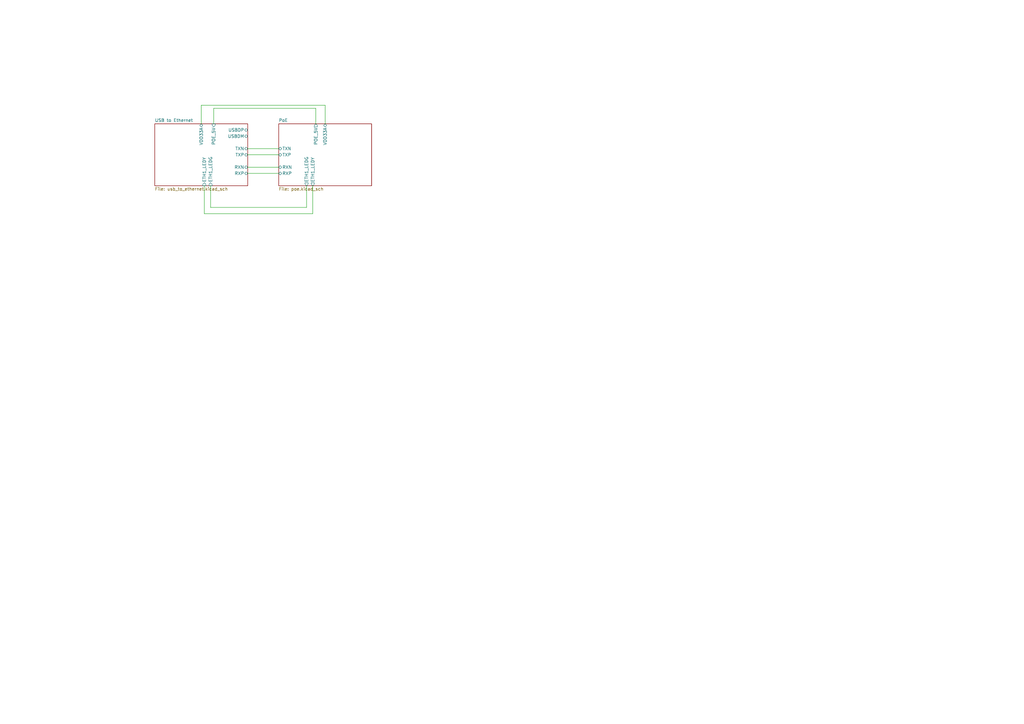
<source format=kicad_sch>
(kicad_sch
	(version 20250114)
	(generator "eeschema")
	(generator_version "9.0")
	(uuid "2ade45ab-4dd8-49f8-83c6-d4bf780bc751")
	(paper "A3")
	(title_block
		(title "PoE Backplate")
		(date "2026-02-01")
		(rev "v0.2")
		(company "dotstar.tech")
		(comment 1 "designed byGrigorii Merkushev (aka brushknight)")
		(comment 2 "brushknight.com")
	)
	(lib_symbols)
	(wire
		(pts
			(xy 86.36 85.09) (xy 125.73 85.09)
		)
		(stroke
			(width 0)
			(type default)
		)
		(uuid "14c5de04-4c17-4d8f-a5f2-ae58088921df")
	)
	(wire
		(pts
			(xy 101.6 63.5) (xy 114.3 63.5)
		)
		(stroke
			(width 0)
			(type default)
		)
		(uuid "3fd3bdc0-4ce1-440e-8d33-e57f9de92d6f")
	)
	(wire
		(pts
			(xy 129.54 44.45) (xy 129.54 50.8)
		)
		(stroke
			(width 0)
			(type default)
		)
		(uuid "4cc14547-099f-45cf-a0eb-4144003f5daa")
	)
	(wire
		(pts
			(xy 101.6 68.58) (xy 114.3 68.58)
		)
		(stroke
			(width 0)
			(type default)
		)
		(uuid "6cc9b8f9-1c28-449e-a414-b2217a0a32cb")
	)
	(wire
		(pts
			(xy 83.82 87.63) (xy 128.27 87.63)
		)
		(stroke
			(width 0)
			(type default)
		)
		(uuid "6de0feab-7874-46d3-89ba-f46219057f54")
	)
	(wire
		(pts
			(xy 133.35 43.18) (xy 133.35 50.8)
		)
		(stroke
			(width 0)
			(type default)
		)
		(uuid "7989865c-a31e-4ad6-9af0-3fe3774e4e15")
	)
	(wire
		(pts
			(xy 82.55 43.18) (xy 133.35 43.18)
		)
		(stroke
			(width 0)
			(type default)
		)
		(uuid "7f18e498-d9aa-4583-9c2c-ed0783ab2062")
	)
	(wire
		(pts
			(xy 101.6 60.96) (xy 114.3 60.96)
		)
		(stroke
			(width 0)
			(type default)
		)
		(uuid "81454bf1-c206-4534-9616-5ad4ac53ba77")
	)
	(wire
		(pts
			(xy 128.27 87.63) (xy 128.27 76.2)
		)
		(stroke
			(width 0)
			(type default)
		)
		(uuid "853ddd7e-6c94-48f2-9fd5-ea25d6931112")
	)
	(wire
		(pts
			(xy 125.73 85.09) (xy 125.73 76.2)
		)
		(stroke
			(width 0)
			(type default)
		)
		(uuid "8d762e71-188a-41bb-99d2-cd33a67fd441")
	)
	(wire
		(pts
			(xy 83.82 76.2) (xy 83.82 87.63)
		)
		(stroke
			(width 0)
			(type default)
		)
		(uuid "a6b2a361-c55d-4c61-822e-40d389a51ecb")
	)
	(wire
		(pts
			(xy 101.6 71.12) (xy 114.3 71.12)
		)
		(stroke
			(width 0)
			(type default)
		)
		(uuid "ad9b6dd7-2be9-43c4-bfb5-3fede657aaef")
	)
	(wire
		(pts
			(xy 87.63 50.8) (xy 87.63 44.45)
		)
		(stroke
			(width 0)
			(type default)
		)
		(uuid "ba67a18c-aca5-458f-b09c-59d389627b26")
	)
	(wire
		(pts
			(xy 86.36 76.2) (xy 86.36 85.09)
		)
		(stroke
			(width 0)
			(type default)
		)
		(uuid "d53c4e8b-ad65-4b3a-b145-857b0d28d751")
	)
	(wire
		(pts
			(xy 87.63 44.45) (xy 129.54 44.45)
		)
		(stroke
			(width 0)
			(type default)
		)
		(uuid "f033449a-8021-48d6-9481-7163665deeb2")
	)
	(wire
		(pts
			(xy 82.55 50.8) (xy 82.55 43.18)
		)
		(stroke
			(width 0)
			(type default)
		)
		(uuid "f954df8a-65c0-4a2b-b1da-999de9f69fa8")
	)
	(sheet
		(at 114.3 50.8)
		(size 38.1 25.4)
		(exclude_from_sim no)
		(in_bom yes)
		(on_board yes)
		(dnp no)
		(fields_autoplaced yes)
		(stroke
			(width 0.1524)
			(type solid)
		)
		(fill
			(color 0 0 0 0.0000)
		)
		(uuid "847a6f3a-a079-4ba5-8b6e-89592cee816d")
		(property "Sheetname" "PoE"
			(at 114.3 50.0884 0)
			(effects
				(font
					(size 1.27 1.27)
				)
				(justify left bottom)
			)
		)
		(property "Sheetfile" "poe.kicad_sch"
			(at 114.3 76.7846 0)
			(effects
				(font
					(size 1.27 1.27)
				)
				(justify left top)
			)
		)
		(pin "TXN" bidirectional
			(at 114.3 60.96 180)
			(uuid "1980b7e0-26a2-447a-bddd-758334f68e09")
			(effects
				(font
					(size 1.27 1.27)
				)
				(justify left)
			)
		)
		(pin "RXP" bidirectional
			(at 114.3 71.12 180)
			(uuid "1a0372c9-c412-44e6-a766-6fe5bf4f8473")
			(effects
				(font
					(size 1.27 1.27)
				)
				(justify left)
			)
		)
		(pin "TXP" bidirectional
			(at 114.3 63.5 180)
			(uuid "dbcc549b-f672-48b4-9344-b9240b04adb8")
			(effects
				(font
					(size 1.27 1.27)
				)
				(justify left)
			)
		)
		(pin "RXN" bidirectional
			(at 114.3 68.58 180)
			(uuid "a0906e05-8e72-47e0-977c-66e7b3041860")
			(effects
				(font
					(size 1.27 1.27)
				)
				(justify left)
			)
		)
		(pin "ETH1_LEDG" output
			(at 125.73 76.2 270)
			(uuid "9085ddbb-d636-451d-b02f-99b1660fd092")
			(effects
				(font
					(size 1.27 1.27)
				)
				(justify left)
			)
		)
		(pin "ETH1_LEDY" output
			(at 128.27 76.2 270)
			(uuid "0504c8ec-c4cc-4744-87b7-0633cf33a8c7")
			(effects
				(font
					(size 1.27 1.27)
				)
				(justify left)
			)
		)
		(pin "POE_5V" output
			(at 129.54 50.8 90)
			(uuid "52b3e746-18ad-4f50-85b9-624577d40cee")
			(effects
				(font
					(size 1.27 1.27)
				)
				(justify right)
			)
		)
		(pin "VDD33A" bidirectional
			(at 133.35 50.8 90)
			(uuid "0ae773c9-520d-4955-8a64-075edc29ac73")
			(effects
				(font
					(size 1.27 1.27)
				)
				(justify right)
			)
		)
		(instances
			(project "poe-backplate"
				(path "/2ade45ab-4dd8-49f8-83c6-d4bf780bc751"
					(page "3")
				)
			)
		)
	)
	(sheet
		(at 63.5 50.8)
		(size 38.1 25.4)
		(exclude_from_sim no)
		(in_bom yes)
		(on_board yes)
		(dnp no)
		(fields_autoplaced yes)
		(stroke
			(width 0.1524)
			(type solid)
		)
		(fill
			(color 0 0 0 0.0000)
		)
		(uuid "9b59b4b7-3350-4770-b973-cb3c36e5ed35")
		(property "Sheetname" "USB to Ethernet"
			(at 63.5 50.0884 0)
			(effects
				(font
					(size 1.27 1.27)
				)
				(justify left bottom)
			)
		)
		(property "Sheetfile" "usb_to_ethernet.kicad_sch"
			(at 63.5 76.7846 0)
			(effects
				(font
					(size 1.27 1.27)
				)
				(justify left top)
			)
		)
		(pin "ETH1_LEDG" input
			(at 86.36 76.2 270)
			(uuid "76e33f9c-2630-46ba-97da-81dd25254f16")
			(effects
				(font
					(size 1.27 1.27)
				)
				(justify left)
			)
		)
		(pin "ETH1_LEDY" input
			(at 83.82 76.2 270)
			(uuid "a4de5c37-9446-4c22-9194-030468b06ae3")
			(effects
				(font
					(size 1.27 1.27)
				)
				(justify left)
			)
		)
		(pin "TXN" bidirectional
			(at 101.6 60.96 0)
			(uuid "86dddfc9-ecff-4e27-bdd1-8801056243f5")
			(effects
				(font
					(size 1.27 1.27)
				)
				(justify right)
			)
		)
		(pin "USBDP" bidirectional
			(at 101.6 53.34 0)
			(uuid "708c0dee-c840-4f6c-9f26-dc6632bcabb0")
			(effects
				(font
					(size 1.27 1.27)
				)
				(justify right)
			)
		)
		(pin "TXP" bidirectional
			(at 101.6 63.5 0)
			(uuid "41a13363-cbae-43fb-8f98-bec21d1d3db4")
			(effects
				(font
					(size 1.27 1.27)
				)
				(justify right)
			)
		)
		(pin "RXN" bidirectional
			(at 101.6 68.58 0)
			(uuid "b7557155-1950-4fd0-8c98-2deb4c556d9f")
			(effects
				(font
					(size 1.27 1.27)
				)
				(justify right)
			)
		)
		(pin "RXP" bidirectional
			(at 101.6 71.12 0)
			(uuid "1b7a7b10-0da1-4917-93d8-dd9df0d993c3")
			(effects
				(font
					(size 1.27 1.27)
				)
				(justify right)
			)
		)
		(pin "USBDM" bidirectional
			(at 101.6 55.88 0)
			(uuid "616dfbc7-75da-44c9-be39-bc3589f11123")
			(effects
				(font
					(size 1.27 1.27)
				)
				(justify right)
			)
		)
		(pin "VDD33A" bidirectional
			(at 82.55 50.8 90)
			(uuid "807e6408-b339-4fe2-93f0-a215250559c6")
			(effects
				(font
					(size 1.27 1.27)
				)
				(justify right)
			)
		)
		(pin "POE_5V" input
			(at 87.63 50.8 90)
			(uuid "2c7f152f-b456-455f-831c-da1164910a56")
			(effects
				(font
					(size 1.27 1.27)
				)
				(justify right)
			)
		)
		(instances
			(project "poe-backplate"
				(path "/2ade45ab-4dd8-49f8-83c6-d4bf780bc751"
					(page "2")
				)
			)
		)
	)
	(sheet_instances
		(path "/"
			(page "1")
		)
	)
	(embedded_fonts no)
)

</source>
